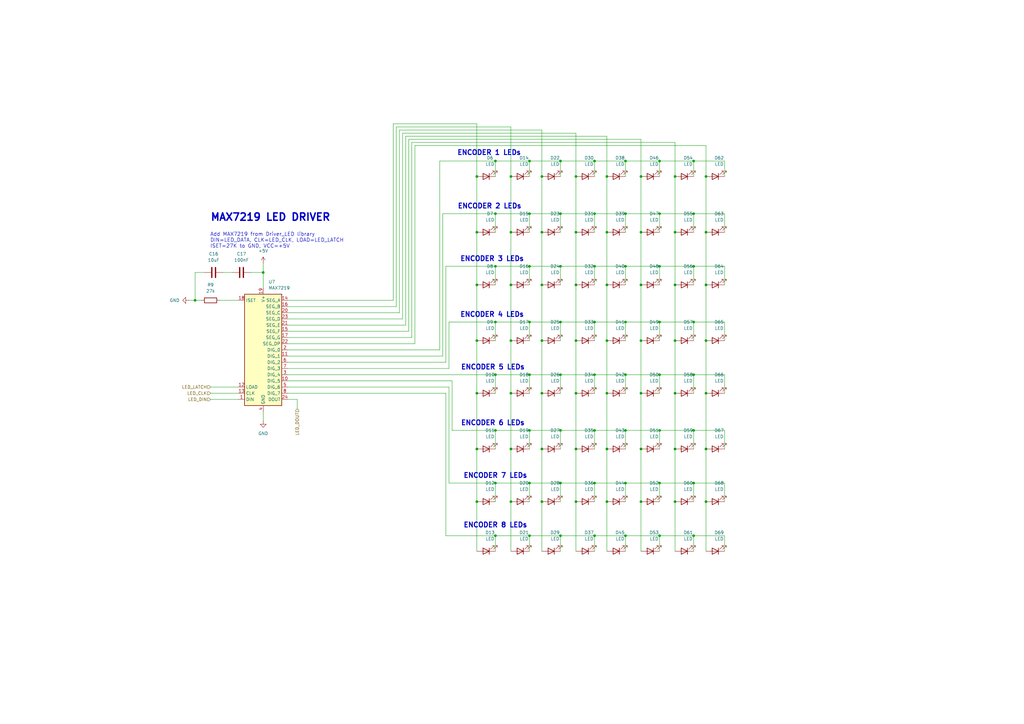
<source format=kicad_sch>
(kicad_sch (version 20250114) (generator "eeschema") (generator_version "9.0")
  (paper "A3")
  (title_block (title "SENGBARD - UI Components") (date "2025-01-26") (rev "0.2") (comment 1 "OLED Display, MAX7219 LED Driver, Button Matrix") (comment 2 "64x Encoder Ring LEDs, 4x Buttons"))
  (lib_symbols
    (symbol "Device:C" (pin_numbers (hide yes)) (pin_names (offset 0.254))
      (property "Reference" "C" (at 0.635 2.54 0))
      (property "Value" "C" (at 0.635 -2.54 0))
      (symbol "C_0_1"
        (polyline (pts (xy -2.032 0.762) (xy 2.032 0.762)) (stroke (width 0.508)))
        (polyline (pts (xy -2.032 -0.762) (xy 2.032 -0.762)) (stroke (width 0.508)))
      )
      (symbol "C_1_1"
        (pin passive line (at 0 3.81 270) (length 2.794) (name "~") (number "1"))
        (pin passive line (at 0 -3.81 90) (length 2.794) (name "~") (number "2"))
      )
    )
    (symbol "Device:R" (pin_numbers (hide yes)) (pin_names (offset 0))
      (property "Reference" "R" (at 2.032 0 90))
      (property "Value" "R" (at 0 0 90))
      (symbol "R_0_1"
        (rectangle (start -1.016 -2.54) (end 1.016 2.54) (stroke (width 0.254)))
      )
      (symbol "R_1_1"
        (pin passive line (at 0 3.81 270) (length 1.27) (name "~") (number "1"))
        (pin passive line (at 0 -3.81 90) (length 1.27) (name "~") (number "2"))
      )
    )
    (symbol "Driver_LED:MAX7219"
      (property "Reference" "U" (at -6.35 24.13 0))
      (property "Value" "MAX7219" (at 1.27 25.4 0))
      (symbol "MAX7219_0_1"
        (rectangle (start -7.62 22.86) (end 7.62 -22.86) (stroke (width 0.254)) (fill (type background)))
      )
      (symbol "MAX7219_1_1"
        (pin input line (at -10.16 20.32 0) (length 2.54) (name "ISET") (number "18"))
        (pin input line (at -10.16 -15.24 0) (length 2.54) (name "LOAD") (number "12"))
        (pin input line (at -10.16 -17.78 0) (length 2.54) (name "CLK") (number "13"))
        (pin input line (at -10.16 -20.32 0) (length 2.54) (name "DIN") (number "1"))
        (pin power_in line (at 0 25.4 270) (length 2.54) (name "V+") (number "19"))
        (pin power_in line (at 0 -25.4 90) (length 2.54) (name "GND") (number "4"))
        (pin passive line (at 0 -25.4 90) (length 2.54) (hide yes) (name "GND") (number "9"))
        (pin output line (at 10.16 20.32 180) (length 2.54) (name "SEG_A") (number "14"))
        (pin output line (at 10.16 17.78 180) (length 2.54) (name "SEG_B") (number "16"))
        (pin output line (at 10.16 15.24 180) (length 2.54) (name "SEG_C") (number "20"))
        (pin output line (at 10.16 12.7 180) (length 2.54) (name "SEG_D") (number "23"))
        (pin output line (at 10.16 10.16 180) (length 2.54) (name "SEG_E") (number "21"))
        (pin output line (at 10.16 7.62 180) (length 2.54) (name "SEG_F") (number "15"))
        (pin output line (at 10.16 5.08 180) (length 2.54) (name "SEG_G") (number "17"))
        (pin output line (at 10.16 2.54 180) (length 2.54) (name "SEG_DP") (number "22"))
        (pin output line (at 10.16 0 180) (length 2.54) (name "DIG_0") (number "2"))
        (pin output line (at 10.16 -2.54 180) (length 2.54) (name "DIG_1") (number "11"))
        (pin output line (at 10.16 -5.08 180) (length 2.54) (name "DIG_2") (number "6"))
        (pin output line (at 10.16 -7.62 180) (length 2.54) (name "DIG_3") (number "7"))
        (pin output line (at 10.16 -10.16 180) (length 2.54) (name "DIG_4") (number "3"))
        (pin output line (at 10.16 -12.7 180) (length 2.54) (name "DIG_5") (number "10"))
        (pin output line (at 10.16 -15.24 180) (length 2.54) (name "DIG_6") (number "5"))
        (pin output line (at 10.16 -17.78 180) (length 2.54) (name "DIG_7") (number "8"))
        (pin output line (at 10.16 -20.32 180) (length 2.54) (name "DOUT") (number "24"))
      )
    )
    (symbol "LED_1" (pin_numbers (hide yes)) (pin_names (offset 1.016) (hide yes))
      (property "Reference" "D" (at 0 2.54 0))
      (property "Value" "LED" (at 0 -2.54 0))
      (symbol "LED_1_0_1"
        (polyline (pts (xy -3.048 -0.762) (xy -4.572 -2.286) (xy -3.81 -2.286) (xy -4.572 -2.286) (xy -4.572 -1.524)))
        (polyline (pts (xy -1.778 -0.762) (xy -3.302 -2.286) (xy -2.54 -2.286) (xy -3.302 -2.286) (xy -3.302 -1.524)))
        (polyline (pts (xy -1.27 0) (xy 1.27 0)))
        (polyline (pts (xy -1.27 -1.27) (xy -1.27 1.27)) (stroke (width 0.254)))
        (polyline (pts (xy 1.27 -1.27) (xy 1.27 1.27) (xy -1.27 0) (xy 1.27 -1.27)) (stroke (width 0.254)))
      )
      (symbol "LED_1_1_1"
        (pin passive line (at -3.81 0 0) (length 2.54) (name "K") (number "1"))
        (pin passive line (at 3.81 0 180) (length 2.54) (name "A") (number "2"))
      )
    )
    (symbol "power:+5V" (power) (pin_numbers (hide yes)) (pin_names (offset 0) (hide yes))
      (property "Value" "+5V" (at 0 3.556 0))
      (symbol "+5V_0_1"
        (polyline (pts (xy -0.762 1.27) (xy 0 2.54)))
        (polyline (pts (xy 0 2.54) (xy 0.762 1.27)))
        (polyline (pts (xy 0 0) (xy 0 2.54)))
      )
      (symbol "+5V_1_1"
        (pin power_in line (at 0 0 90) (length 0) (name "~") (number "1"))
      )
    )
    (symbol "power:GND" (power) (pin_numbers (hide yes)) (pin_names (offset 0) (hide yes))
      (property "Value" "GND" (at 0 -3.81 0))
      (symbol "GND_0_1"
        (polyline (pts (xy 0 0) (xy 0 -1.27) (xy 1.27 -1.27) (xy 0 -2.54) (xy -1.27 -1.27) (xy 0 -1.27)))
      )
      (symbol "GND_1_1"
        (pin power_in line (at 0 0 270) (length 0) (name "~") (number "1"))
      )
    )
  )
  (text "ENCODER 5 LEDs" (at 188.98 150.7 0) (effects (font (size 2 2) (bold yes)) (justify left)))
  (text "ENCODER 3 LEDs" (at 188.67 106.25 0) (effects (font (size 2 2) (bold yes)) (justify left)))
  (text "ENCODER 6 LEDs" (at 188.98 173.56 0) (effects (font (size 2 2) (bold yes)) (justify left)))
  (text "ENCODER 7 LEDs" (at 190.01 195.15 0) (effects (font (size 2 2) (bold yes)) (justify left)))
  (text "ENCODER 2 LEDs" (at 187.64 84.66 0) (effects (font (size 2 2) (bold yes)) (justify left)))
  (text "MAX7219 LED DRIVER" (at 86.2 89.22 0) (effects (font (size 3 3) (bold yes)) (justify left)))
  (text "ENCODER 1 LEDs" (at 187.452 62.738 0) (effects (font (size 2 2) (bold yes)) (justify left)))
  (text "ENCODER 8 LEDs" (at 190.01 215.47 0) (effects (font (size 2 2) (bold yes)) (justify left)))
  (text "Add MAX7219 from Driver_LED library\nDIN=LED_DATA, CLK=LED_CLK, LOAD=LED_LATCH\nISET=27K to GND, VCC=+5V" (at 86.2 98.63 0) (effects (font (size 1.5 1.5)) (justify left)))
  (text "ENCODER 4 LEDs" (at 188.67 129.11 0) (effects (font (size 2 2) (bold yes)) (justify left)))
  (junction (at 195.58 205.74))
  (junction (at 256.54 219.71))
  (junction (at 195.58 95.25))
  (junction (at 236.22 205.74))
  (junction (at 284.48 198.12))
  (junction (at 107.95 111.76))
  (junction (at 209.55 72.39))
  (junction (at 284.48 109.22))
  (junction (at 270.51 198.12))
  (junction (at 248.92 205.74))
  (junction (at 276.86 184.15))
  (junction (at 289.56 205.74))
  (junction (at 276.86 72.39))
  (junction (at 289.56 72.39))
  (junction (at 284.48 153.67))
  (junction (at 276.86 95.25))
  (junction (at 203.2 198.12))
  (junction (at 262.89 205.74))
  (junction (at 209.55 184.15))
  (junction (at 262.89 116.84))
  (junction (at 256.54 198.12))
  (junction (at 236.22 95.25))
  (junction (at 195.58 72.39))
  (junction (at 248.92 95.25))
  (junction (at 243.84 198.12))
  (junction (at 256.54 132.08))
  (junction (at 209.55 139.7))
  (junction (at 217.17 176.53))
  (junction (at 289.56 116.84))
  (junction (at 203.2 132.08))
  (junction (at 270.51 66.04))
  (junction (at 256.54 87.63))
  (junction (at 236.22 72.39))
  (junction (at 276.86 205.74))
  (junction (at 217.17 109.22))
  (junction (at 248.92 184.15))
  (junction (at 229.87 109.22))
  (junction (at 256.54 66.04))
  (junction (at 203.2 87.63))
  (junction (at 256.54 176.53))
  (junction (at 217.17 198.12))
  (junction (at 243.84 132.08))
  (junction (at 203.2 153.67))
  (junction (at 222.25 205.74))
  (junction (at 229.87 66.04))
  (junction (at 229.87 153.67))
  (junction (at 289.56 161.29))
  (junction (at 217.17 66.04))
  (junction (at 284.48 87.63))
  (junction (at 195.58 161.29))
  (junction (at 262.89 184.15))
  (junction (at 203.2 219.71))
  (junction (at 229.87 132.08))
  (junction (at 203.2 176.53))
  (junction (at 284.48 66.04))
  (junction (at 270.51 219.71))
  (junction (at 284.48 132.08))
  (junction (at 222.25 72.39))
  (junction (at 217.17 153.67))
  (junction (at 270.51 153.67))
  (junction (at 248.92 139.7))
  (junction (at 209.55 116.84))
  (junction (at 209.55 205.74))
  (junction (at 229.87 219.71))
  (junction (at 236.22 116.84))
  (junction (at 289.56 184.15))
  (junction (at 262.89 139.7))
  (junction (at 222.25 161.29))
  (junction (at 284.48 176.53))
  (junction (at 203.2 109.22))
  (junction (at 195.58 139.7))
  (junction (at 243.84 109.22))
  (junction (at 229.87 87.63))
  (junction (at 262.89 95.25))
  (junction (at 236.22 139.7))
  (junction (at 243.84 66.04))
  (junction (at 229.87 176.53))
  (junction (at 243.84 219.71))
  (junction (at 256.54 153.67))
  (junction (at 222.25 116.84))
  (junction (at 80.01 123.19))
  (junction (at 222.25 184.15))
  (junction (at 270.51 109.22))
  (junction (at 262.89 72.39))
  (junction (at 248.92 116.84))
  (junction (at 256.54 109.22))
  (junction (at 270.51 132.08))
  (junction (at 248.92 72.39))
  (junction (at 209.55 161.29))
  (junction (at 209.55 95.25))
  (junction (at 276.86 139.7))
  (junction (at 229.87 198.12))
  (junction (at 243.84 176.53))
  (junction (at 276.86 116.84))
  (junction (at 222.25 139.7))
  (junction (at 270.51 176.53))
  (junction (at 236.22 184.15))
  (junction (at 289.56 139.7))
  (junction (at 276.86 161.29))
  (junction (at 289.56 95.25))
  (junction (at 248.92 161.29))
  (junction (at 236.22 161.29))
  (junction (at 217.17 87.63))
  (junction (at 203.2 66.04))
  (junction (at 217.17 132.08))
  (junction (at 243.84 87.63))
  (junction (at 270.51 87.63))
  (junction (at 195.58 116.84))
  (junction (at 243.84 153.67))
  (junction (at 284.48 219.71))
  (junction (at 222.25 95.25))
  (junction (at 195.58 184.15))
  (junction (at 262.89 161.29))
  (junction (at 217.17 219.71))
  (wire (pts (xy 284.48 132.08) (xy 297.18 132.08)))
  (wire (pts (xy 209.55 161.29) (xy 209.55 184.15)))
  (wire (pts (xy 276.86 205.74) (xy 276.86 226.06)))
  (wire (pts (xy 229.87 109.22) (xy 243.84 109.22)))
  (wire (pts (xy 229.87 66.04) (xy 243.84 66.04)))
  (wire (pts (xy 229.87 87.63) (xy 229.87 95.25)))
  (wire (pts (xy 217.17 109.22) (xy 229.87 109.22)))
  (wire (pts (xy 243.84 72.39) (xy 243.84 66.04)))
  (wire (pts (xy 165.1 54.61) (xy 236.22 54.61)))
  (wire (pts (xy 262.89 205.74) (xy 262.89 226.06)))
  (wire (pts (xy 276.86 95.25) (xy 276.86 116.84)))
  (wire (pts (xy 118.11 151.13) (xy 184.15 151.13)))
  (wire (pts (xy 86.36 158.75) (xy 97.79 158.75)))
  (wire (pts (xy 276.86 161.29) (xy 276.86 184.15)))
  (wire (pts (xy 162.56 52.07) (xy 209.55 52.07)))
  (wire (pts (xy 229.87 153.67) (xy 229.87 161.29)))
  (wire (pts (xy 284.48 176.53) (xy 297.18 176.53)))
  (wire (pts (xy 162.56 125.73) (xy 162.56 52.07)))
  (wire (pts (xy 161.29 123.19) (xy 161.29 50.8)))
  (wire (pts (xy 243.84 205.74) (xy 243.84 198.12)))
  (wire (pts (xy 203.2 109.22) (xy 217.17 109.22)))
  (wire (pts (xy 217.17 219.71) (xy 229.87 219.71)))
  (wire (pts (xy 243.84 139.7) (xy 243.84 132.08)))
  (wire (pts (xy 289.56 116.84) (xy 289.56 139.7)))
  (wire (pts (xy 229.87 153.67) (xy 243.84 153.67)))
  (wire (pts (xy 107.95 168.91) (xy 107.95 172.72)))
  (wire (pts (xy 248.92 205.74) (xy 248.92 226.06)))
  (wire (pts (xy 297.18 109.22) (xy 297.18 116.84)))
  (wire (pts (xy 284.48 87.63) (xy 284.48 95.25)))
  (wire (pts (xy 217.17 176.53) (xy 217.17 184.15)))
  (wire (pts (xy 203.2 176.53) (xy 217.17 176.53)))
  (wire (pts (xy 243.84 95.25) (xy 243.84 87.63)))
  (wire (pts (xy 289.56 184.15) (xy 289.56 205.74)))
  (wire (pts (xy 270.51 87.63) (xy 284.48 87.63)))
  (wire (pts (xy 83.82 111.76) (xy 80.01 111.76)))
  (wire (pts (xy 270.51 219.71) (xy 270.51 226.06)))
  (wire (pts (xy 182.88 161.29) (xy 182.88 219.71)))
  (wire (pts (xy 284.48 109.22) (xy 297.18 109.22)))
  (wire (pts (xy 270.51 66.04) (xy 256.54 66.04)))
  (wire (pts (xy 166.37 133.35) (xy 166.37 55.88)))
  (wire (pts (xy 248.92 95.25) (xy 248.92 116.84)))
  (wire (pts (xy 118.11 146.05) (xy 181.61 146.05)))
  (wire (pts (xy 80.01 111.76) (xy 80.01 123.19)))
  (wire (pts (xy 203.2 87.63) (xy 217.17 87.63)))
  (wire (pts (xy 289.56 139.7) (xy 289.56 161.29)))
  (wire (pts (xy 262.89 184.15) (xy 262.89 205.74)))
  (wire (pts (xy 180.34 66.04) (xy 180.34 143.51)))
  (wire (pts (xy 118.11 138.43) (xy 168.91 138.43)))
  (wire (pts (xy 262.89 161.29) (xy 262.89 184.15)))
  (wire (pts (xy 195.58 50.8) (xy 195.58 72.39)))
  (wire (pts (xy 284.48 132.08) (xy 270.51 132.08)))
  (wire (pts (xy 243.84 176.53) (xy 243.84 184.15)))
  (wire (pts (xy 243.84 219.71) (xy 243.84 226.06)))
  (wire (pts (xy 217.17 198.12) (xy 229.87 198.12)))
  (wire (pts (xy 217.17 153.67) (xy 217.17 161.29)))
  (wire (pts (xy 256.54 87.63) (xy 256.54 95.25)))
  (wire (pts (xy 222.25 116.84) (xy 222.25 139.7)))
  (wire (pts (xy 180.34 66.04) (xy 203.2 66.04)))
  (wire (pts (xy 118.11 128.27) (xy 163.83 128.27)))
  (wire (pts (xy 217.17 198.12) (xy 217.17 205.74)))
  (wire (pts (xy 284.48 219.71) (xy 297.18 219.71)))
  (wire (pts (xy 167.64 57.15) (xy 262.89 57.15)))
  (wire (pts (xy 284.48 198.12) (xy 284.48 205.74)))
  (wire (pts (xy 270.51 176.53) (xy 284.48 176.53)))
  (wire (pts (xy 256.54 176.53) (xy 270.51 176.53)))
  (wire (pts (xy 222.25 72.39) (xy 222.25 95.25)))
  (wire (pts (xy 107.95 111.76) (xy 107.95 118.11)))
  (wire (pts (xy 161.29 50.8) (xy 195.58 50.8)))
  (wire (pts (xy 195.58 95.25) (xy 195.58 116.84)))
  (wire (pts (xy 289.56 59.69) (xy 289.56 72.39)))
  (wire (pts (xy 236.22 139.7) (xy 236.22 161.29)))
  (wire (pts (xy 229.87 198.12) (xy 229.87 205.74)))
  (wire (pts (xy 203.2 219.71) (xy 217.17 219.71)))
  (wire (pts (xy 236.22 72.39) (xy 236.22 95.25)))
  (wire (pts (xy 90.17 123.19) (xy 97.79 123.19)))
  (wire (pts (xy 256.54 153.67) (xy 270.51 153.67)))
  (wire (pts (xy 209.55 116.84) (xy 209.55 139.7)))
  (wire (pts (xy 118.11 163.83) (xy 121.92 163.83)))
  (wire (pts (xy 182.88 148.59) (xy 182.88 109.22)))
  (wire (pts (xy 248.92 55.88) (xy 248.92 72.39)))
  (wire (pts (xy 248.92 139.7) (xy 248.92 161.29)))
  (wire (pts (xy 289.56 72.39) (xy 289.56 95.25)))
  (wire (pts (xy 184.15 132.08) (xy 203.2 132.08)))
  (wire (pts (xy 284.48 153.67) (xy 284.48 161.29)))
  (wire (pts (xy 182.88 109.22) (xy 203.2 109.22)))
  (wire (pts (xy 229.87 66.04) (xy 217.17 66.04)))
  (wire (pts (xy 236.22 205.74) (xy 236.22 226.06)))
  (wire (pts (xy 229.87 132.08) (xy 217.17 132.08)))
  (wire (pts (xy 284.48 109.22) (xy 284.48 116.84)))
  (wire (pts (xy 248.92 184.15) (xy 248.92 205.74)))
  (wire (pts (xy 118.11 143.51) (xy 180.34 143.51)))
  (wire (pts (xy 262.89 139.7) (xy 262.89 161.29)))
  (wire (pts (xy 91.44 111.76) (xy 95.25 111.76)))
  (wire (pts (xy 185.42 156.21) (xy 185.42 176.53)))
  (wire (pts (xy 195.58 184.15) (xy 195.58 205.74)))
  (wire (pts (xy 184.15 158.75) (xy 184.15 198.12)))
  (wire (pts (xy 222.25 53.34) (xy 222.25 72.39)))
  (wire (pts (xy 77.47 123.19) (xy 80.01 123.19)))
  (wire (pts (xy 209.55 72.39) (xy 209.55 95.25)))
  (wire (pts (xy 203.2 176.53) (xy 203.2 184.15)))
  (wire (pts (xy 182.88 219.71) (xy 203.2 219.71)))
  (wire (pts (xy 297.18 139.7) (xy 297.18 132.08)))
  (wire (pts (xy 270.51 87.63) (xy 270.51 95.25)))
  (wire (pts (xy 118.11 148.59) (xy 182.88 148.59)))
  (wire (pts (xy 262.89 95.25) (xy 262.89 116.84)))
  (wire (pts (xy 118.11 153.67) (xy 203.2 153.67)))
  (wire (pts (xy 256.54 219.71) (xy 270.51 219.71)))
  (wire (pts (xy 229.87 219.71) (xy 243.84 219.71)))
  (wire (pts (xy 284.48 198.12) (xy 297.18 198.12)))
  (wire (pts (xy 170.18 140.97) (xy 170.18 59.69)))
  (wire (pts (xy 203.2 66.04) (xy 203.2 72.39)))
  (wire (pts (xy 203.2 87.63) (xy 203.2 95.25)))
  (wire (pts (xy 203.2 219.71) (xy 203.2 226.06)))
  (wire (pts (xy 270.51 109.22) (xy 270.51 116.84)))
  (wire (pts (xy 297.18 176.53) (xy 297.18 184.15)))
  (wire (pts (xy 86.36 161.29) (xy 97.79 161.29)))
  (wire (pts (xy 284.48 176.53) (xy 284.48 184.15)))
  (wire (pts (xy 236.22 116.84) (xy 236.22 139.7)))
  (wire (pts (xy 243.84 198.12) (xy 256.54 198.12)))
  (wire (pts (xy 195.58 116.84) (xy 195.58 139.7)))
  (wire (pts (xy 289.56 205.74) (xy 289.56 226.06)))
  (wire (pts (xy 276.86 72.39) (xy 276.86 95.25)))
  (wire (pts (xy 118.11 125.73) (xy 162.56 125.73)))
  (wire (pts (xy 270.51 72.39) (xy 270.51 66.04)))
  (wire (pts (xy 217.17 87.63) (xy 217.17 95.25)))
  (wire (pts (xy 185.42 176.53) (xy 203.2 176.53)))
  (wire (pts (xy 217.17 109.22) (xy 217.17 116.84)))
  (wire (pts (xy 107.95 107.95) (xy 107.95 111.76)))
  (wire (pts (xy 203.2 132.08) (xy 217.17 132.08)))
  (wire (pts (xy 86.36 163.83) (xy 97.79 163.83)))
  (wire (pts (xy 181.61 87.63) (xy 203.2 87.63)))
  (wire (pts (xy 181.61 146.05) (xy 181.61 87.63)))
  (wire (pts (xy 229.87 176.53) (xy 243.84 176.53)))
  (wire (pts (xy 270.51 132.08) (xy 256.54 132.08)))
  (wire (pts (xy 222.25 139.7) (xy 222.25 161.29)))
  (wire (pts (xy 256.54 176.53) (xy 256.54 184.15)))
  (wire (pts (xy 262.89 116.84) (xy 262.89 139.7)))
  (wire (pts (xy 118.11 123.19) (xy 161.29 123.19)))
  (wire (pts (xy 203.2 132.08) (xy 203.2 139.7)))
  (wire (pts (xy 229.87 198.12) (xy 243.84 198.12)))
  (wire (pts (xy 236.22 184.15) (xy 236.22 205.74)))
  (wire (pts (xy 217.17 66.04) (xy 217.17 72.39)))
  (wire (pts (xy 276.86 139.7) (xy 276.86 161.29)))
  (wire (pts (xy 118.11 130.81) (xy 165.1 130.81)))
  (wire (pts (xy 80.01 123.19) (xy 82.55 123.19)))
  (wire (pts (xy 276.86 58.42) (xy 276.86 72.39)))
  (wire (pts (xy 256.54 109.22) (xy 270.51 109.22)))
  (wire (pts (xy 229.87 176.53) (xy 229.87 184.15)))
  (wire (pts (xy 229.87 219.71) (xy 229.87 226.06)))
  (wire (pts (xy 217.17 153.67) (xy 229.87 153.67)))
  (wire (pts (xy 203.2 153.67) (xy 217.17 153.67)))
  (wire (pts (xy 243.84 153.67) (xy 256.54 153.67)))
  (wire (pts (xy 203.2 66.04) (xy 217.17 66.04)))
  (wire (pts (xy 284.48 219.71) (xy 284.48 226.06)))
  (wire (pts (xy 297.18 198.12) (xy 297.18 205.74)))
  (wire (pts (xy 195.58 161.29) (xy 195.58 184.15)))
  (wire (pts (xy 270.51 153.67) (xy 284.48 153.67)))
  (wire (pts (xy 256.54 139.7) (xy 256.54 132.08)))
  (wire (pts (xy 248.92 161.29) (xy 248.92 184.15)))
  (wire (pts (xy 236.22 54.61) (xy 236.22 72.39)))
  (wire (pts (xy 118.11 135.89) (xy 167.64 135.89)))
  (wire (pts (xy 262.89 72.39) (xy 262.89 95.25)))
  (wire (pts (xy 229.87 109.22) (xy 229.87 116.84)))
  (wire (pts (xy 297.18 72.39) (xy 297.18 66.04)))
  (wire (pts (xy 209.55 184.15) (xy 209.55 205.74)))
  (wire (pts (xy 165.1 130.81) (xy 165.1 54.61)))
  (wire (pts (xy 167.64 135.89) (xy 167.64 57.15)))
  (wire (pts (xy 270.51 198.12) (xy 270.51 205.74)))
  (wire (pts (xy 222.25 95.25) (xy 222.25 116.84)))
  (wire (pts (xy 256.54 72.39) (xy 256.54 66.04)))
  (wire (pts (xy 284.48 72.39) (xy 284.48 66.04)))
  (wire (pts (xy 170.18 59.69) (xy 289.56 59.69)))
  (wire (pts (xy 297.18 87.63) (xy 297.18 95.25)))
  (wire (pts (xy 243.84 153.67) (xy 243.84 161.29)))
  (wire (pts (xy 217.17 87.63) (xy 229.87 87.63)))
  (wire (pts (xy 102.87 111.76) (xy 107.95 111.76)))
  (wire (pts (xy 209.55 52.07) (xy 209.55 72.39)))
  (wire (pts (xy 248.92 72.39) (xy 248.92 95.25)))
  (wire (pts (xy 243.84 87.63) (xy 256.54 87.63)))
  (wire (pts (xy 243.84 66.04) (xy 256.54 66.04)))
  (wire (pts (xy 236.22 161.29) (xy 236.22 184.15)))
  (wire (pts (xy 195.58 139.7) (xy 195.58 161.29)))
  (wire (pts (xy 203.2 153.67) (xy 203.2 161.29)))
  (wire (pts (xy 243.84 109.22) (xy 243.84 116.84)))
  (wire (pts (xy 118.11 140.97) (xy 170.18 140.97)))
  (wire (pts (xy 270.51 176.53) (xy 270.51 184.15)))
  (wire (pts (xy 229.87 72.39) (xy 229.87 66.04)))
  (wire (pts (xy 243.84 176.53) (xy 256.54 176.53)))
  (wire (pts (xy 229.87 139.7) (xy 229.87 132.08)))
  (wire (pts (xy 163.83 128.27) (xy 163.83 53.34)))
  (wire (pts (xy 166.37 55.88) (xy 248.92 55.88)))
  (wire (pts (xy 262.89 57.15) (xy 262.89 72.39)))
  (wire (pts (xy 209.55 139.7) (xy 209.55 161.29)))
  (wire (pts (xy 284.48 87.63) (xy 297.18 87.63)))
  (wire (pts (xy 276.86 116.84) (xy 276.86 139.7)))
  (wire (pts (xy 270.51 198.12) (xy 284.48 198.12)))
  (wire (pts (xy 243.84 219.71) (xy 256.54 219.71)))
  (wire (pts (xy 222.25 205.74) (xy 222.25 226.06)))
  (wire (pts (xy 270.51 66.04) (xy 284.48 66.04)))
  (wire (pts (xy 289.56 95.25) (xy 289.56 116.84)))
  (wire (pts (xy 270.51 139.7) (xy 270.51 132.08)))
  (wire (pts (xy 289.56 161.29) (xy 289.56 184.15)))
  (wire (pts (xy 118.11 161.29) (xy 182.88 161.29)))
  (wire (pts (xy 256.54 153.67) (xy 256.54 161.29)))
  (wire (pts (xy 203.2 109.22) (xy 203.2 116.84)))
  (wire (pts (xy 236.22 95.25) (xy 236.22 116.84)))
  (wire (pts (xy 256.54 198.12) (xy 270.51 198.12)))
  (wire (pts (xy 256.54 109.22) (xy 256.54 116.84)))
  (wire (pts (xy 217.17 219.71) (xy 217.17 226.06)))
  (wire (pts (xy 284.48 139.7) (xy 284.48 132.08)))
  (wire (pts (xy 297.18 219.71) (xy 297.18 226.06)))
  (wire (pts (xy 256.54 87.63) (xy 270.51 87.63)))
  (wire (pts (xy 297.18 153.67) (xy 297.18 161.29)))
  (wire (pts (xy 163.83 53.34) (xy 222.25 53.34)))
  (wire (pts (xy 284.48 153.67) (xy 297.18 153.67)))
  (wire (pts (xy 222.25 161.29) (xy 222.25 184.15)))
  (wire (pts (xy 118.11 158.75) (xy 184.15 158.75)))
  (wire (pts (xy 222.25 184.15) (xy 222.25 205.74)))
  (wire (pts (xy 256.54 198.12) (xy 256.54 205.74)))
  (wire (pts (xy 121.92 163.83) (xy 121.92 167.64)))
  (wire (pts (xy 195.58 205.74) (xy 195.58 226.06)))
  (wire (pts (xy 243.84 132.08) (xy 256.54 132.08)))
  (wire (pts (xy 209.55 95.25) (xy 209.55 116.84)))
  (wire (pts (xy 203.2 198.12) (xy 203.2 205.74)))
  (wire (pts (xy 168.91 138.43) (xy 168.91 58.42)))
  (wire (pts (xy 217.17 132.08) (xy 217.17 139.7)))
  (wire (pts (xy 276.86 184.15) (xy 276.86 205.74)))
  (wire (pts (xy 284.48 66.04) (xy 297.18 66.04)))
  (wire (pts (xy 118.11 156.21) (xy 185.42 156.21)))
  (wire (pts (xy 229.87 87.63) (xy 243.84 87.63)))
  (wire (pts (xy 195.58 72.39) (xy 195.58 95.25)))
  (wire (pts (xy 184.15 198.12) (xy 203.2 198.12)))
  (wire (pts (xy 209.55 205.74) (xy 209.55 226.06)))
  (wire (pts (xy 270.51 153.67) (xy 270.51 161.29)))
  (wire (pts (xy 118.11 133.35) (xy 166.37 133.35)))
  (wire (pts (xy 248.92 116.84) (xy 248.92 139.7)))
  (wire (pts (xy 270.51 109.22) (xy 284.48 109.22)))
  (wire (pts (xy 184.15 151.13) (xy 184.15 132.08)))
  (wire (pts (xy 168.91 58.42) (xy 276.86 58.42)))
  (wire (pts (xy 256.54 219.71) (xy 256.54 226.06)))
  (wire (pts (xy 217.17 176.53) (xy 229.87 176.53)))
  (wire (pts (xy 229.87 132.08) (xy 243.84 132.08)))
  (wire (pts (xy 203.2 198.12) (xy 217.17 198.12)))
  (wire (pts (xy 270.51 219.71) (xy 284.48 219.71)))
  (wire (pts (xy 243.84 109.22) (xy 256.54 109.22)))
  (hierarchical_label "LED_DOUT" (shape input) (at 121.92 167.64 270))
  (hierarchical_label "LED_DIN" (shape input) (at 86.36 163.83 180))
  (hierarchical_label "LED_CLK" (shape input) (at 86.36 161.29 180))
  (hierarchical_label "LED_LATCH" (shape input) (at 86.36 158.75 180))
  (symbol (lib_name "LED_1") (lib_id "Device:LED") (at 293.37 184.15 180) (unit 1)
    (property "Reference" "D67" (at 294.9575 176.53 0))
    (property "Value" "LED" (at 294.9575 179.07 0))
    (property "Footprint" "LED_SMD:LED_0201_0603Metric" (effects (hide yes)))
    (property "Description" "Light emitting diode" (effects (hide yes)))
    (property "Sim.Pins" "1=K 2=A" (effects (hide yes)))
  )
  (symbol (lib_name "LED_1") (lib_id "Device:LED") (at 213.36 205.74 180) (unit 1)
    (property "Reference" "D20" (at 214.9475 198.12 0))
    (property "Value" "LED" (at 214.9475 200.66 0))
    (property "Footprint" "LED_SMD:LED_0201_0603Metric" (effects (hide yes)))
    (property "Description" "Light emitting diode" (effects (hide yes)))
    (property "Sim.Pins" "1=K 2=A" (effects (hide yes)))
  )
  (symbol (lib_name "LED_1") (lib_id "Device:LED") (at 199.39 205.74 180) (unit 1)
    (property "Reference" "D12" (at 200.9775 198.12 0))
    (property "Value" "LED" (at 200.9775 200.66 0))
    (property "Footprint" "LED_SMD:LED_0201_0603Metric" (effects (hide yes)))
    (property "Description" "Light emitting diode" (effects (hide yes)))
    (property "Sim.Pins" "1=K 2=A" (effects (hide yes)))
  )
  (symbol (lib_name "LED_1") (lib_id "Device:LED") (at 226.06 116.84 180) (unit 1)
    (property "Reference" "D24" (at 227.6475 109.22 0))
    (property "Value" "LED" (at 227.6475 111.76 0))
    (property "Footprint" "LED_SMD:LED_0201_0603Metric" (effects (hide yes)))
    (property "Description" "Light emitting diode" (effects (hide yes)))
    (property "Sim.Pins" "1=K 2=A" (effects (hide yes)))
  )
  (symbol (lib_name "LED_1") (lib_id "Device:LED") (at 226.06 161.29 180) (unit 1)
    (property "Reference" "D26" (at 227.6475 153.67 0))
    (property "Value" "LED" (at 227.6475 156.21 0))
    (property "Footprint" "LED_SMD:LED_0201_0603Metric" (effects (hide yes)))
    (property "Description" "Light emitting diode" (effects (hide yes)))
    (property "Sim.Pins" "1=K 2=A" (effects (hide yes)))
  )
  (symbol (lib_name "LED_1") (lib_id "Device:LED") (at 226.06 95.25 180) (unit 1)
    (property "Reference" "D23" (at 227.6475 87.63 0))
    (property "Value" "LED" (at 227.6475 90.17 0))
    (property "Footprint" "LED_SMD:LED_0201_0603Metric" (effects (hide yes)))
    (property "Description" "Light emitting diode" (effects (hide yes)))
    (property "Sim.Pins" "1=K 2=A" (effects (hide yes)))
  )
  (symbol (lib_name "LED_1") (lib_id "Device:LED") (at 266.7 72.39 180) (unit 1)
    (property "Reference" "D46" (at 268.2875 64.77 0))
    (property "Value" "LED" (at 268.2875 67.31 0))
    (property "Footprint" "LED_SMD:LED_0201_0603Metric" (effects (hide yes)))
    (property "Description" "Light emitting diode" (effects (hide yes)))
    (property "Sim.Pins" "1=K 2=A" (effects (hide yes)))
  )
  (symbol (lib_id "Device:C") (at 99.06 111.76 90) (unit 1)
    (property "Reference" "C17" (at 99.06 104.14 90))
    (property "Value" "100nF" (at 99.06 106.68 90))
    (property "Footprint" "Capacitor_SMD:C_0603_1608Metric" (effects (hide yes)))
    (property "Description" "Unpolarized capacitor" (effects (hide yes)))
  )
  (symbol (lib_name "LED_1") (lib_id "Device:LED") (at 240.03 226.06 180) (unit 1)
    (property "Reference" "D37" (at 241.6175 218.44 0))
    (property "Value" "LED" (at 241.6175 220.98 0))
    (property "Footprint" "LED_SMD:LED_0201_0603Metric" (effects (hide yes)))
    (property "Description" "Light emitting diode" (effects (hide yes)))
    (property "Sim.Pins" "1=K 2=A" (effects (hide yes)))
  )
  (symbol (lib_name "LED_1") (lib_id "Device:LED") (at 280.67 205.74 180) (unit 1)
    (property "Reference" "D60" (at 282.2575 198.12 0))
    (property "Value" "LED" (at 282.2575 200.66 0))
    (property "Footprint" "LED_SMD:LED_0201_0603Metric" (effects (hide yes)))
    (property "Description" "Light emitting diode" (effects (hide yes)))
    (property "Sim.Pins" "1=K 2=A" (effects (hide yes)))
  )
  (symbol (lib_name "LED_1") (lib_id "Device:LED") (at 226.06 226.06 180) (unit 1)
    (property "Reference" "D29" (at 227.6475 218.44 0))
    (property "Value" "LED" (at 227.6475 220.98 0))
    (property "Footprint" "LED_SMD:LED_0201_0603Metric" (effects (hide yes)))
    (property "Description" "Light emitting diode" (effects (hide yes)))
    (property "Sim.Pins" "1=K 2=A" (effects (hide yes)))
  )
  (symbol (lib_name "LED_1") (lib_id "Device:LED") (at 280.67 161.29 180) (unit 1)
    (property "Reference" "D58" (at 282.2575 153.67 0))
    (property "Value" "LED" (at 282.2575 156.21 0))
    (property "Footprint" "LED_SMD:LED_0201_0603Metric" (effects (hide yes)))
    (property "Description" "Light emitting diode" (effects (hide yes)))
    (property "Sim.Pins" "1=K 2=A" (effects (hide yes)))
  )
  (symbol (lib_name "LED_1") (lib_id "Device:LED") (at 280.67 95.25 180) (unit 1)
    (property "Reference" "D55" (at 282.2575 87.63 0))
    (property "Value" "LED" (at 282.2575 90.17 0))
    (property "Footprint" "LED_SMD:LED_0201_0603Metric" (effects (hide yes)))
    (property "Description" "Light emitting diode" (effects (hide yes)))
    (property "Sim.Pins" "1=K 2=A" (effects (hide yes)))
  )
  (symbol (lib_name "LED_1") (lib_id "Device:LED") (at 293.37 139.7 180) (unit 1)
    (property "Reference" "D65" (at 294.9575 132.08 0))
    (property "Value" "LED" (at 294.9575 134.62 0))
    (property "Footprint" "LED_SMD:LED_0201_0603Metric" (effects (hide yes)))
    (property "Description" "Light emitting diode" (effects (hide yes)))
    (property "Sim.Pins" "1=K 2=A" (effects (hide yes)))
  )
  (symbol (lib_name "LED_1") (lib_id "Device:LED") (at 213.36 184.15 180) (unit 1)
    (property "Reference" "D19" (at 214.9475 176.53 0))
    (property "Value" "LED" (at 214.9475 179.07 0))
    (property "Footprint" "LED_SMD:LED_0201_0603Metric" (effects (hide yes)))
    (property "Description" "Light emitting diode" (effects (hide yes)))
    (property "Sim.Pins" "1=K 2=A" (effects (hide yes)))
  )
  (symbol (lib_id "Device:R") (at 86.36 123.19 90) (unit 1)
    (property "Reference" "R9" (at 86.36 116.84 90))
    (property "Value" "27k" (at 86.36 119.38 90))
    (property "Footprint" "Resistor_SMD:R_0201_0603Metric_Pad0.64x0.40mm_HandSolder" (effects (hide yes)))
    (property "Description" "Resistor" (effects (hide yes)))
  )
  (symbol (lib_name "LED_1") (lib_id "Device:LED") (at 199.39 139.7 180) (unit 1)
    (property "Reference" "D9" (at 200.9775 132.08 0))
    (property "Value" "LED" (at 200.9775 134.62 0))
    (property "Footprint" "LED_SMD:LED_0201_0603Metric" (effects (hide yes)))
    (property "Description" "Light emitting diode" (effects (hide yes)))
    (property "Sim.Pins" "1=K 2=A" (effects (hide yes)))
  )
  (symbol (lib_id "Driver_LED:MAX7219") (at 107.95 143.51 0) (unit 1)
    (property "Reference" "U7" (at 110.0933 115.57 0) (effects (justify left)))
    (property "Value" "MAX7219" (at 110.0933 118.11 0) (effects (justify left)))
    (property "Footprint" "Package_SO:SOIC-24W_7.5x15.4mm_P1.27mm" (effects (hide yes)))
    (property "Datasheet" "https://datasheets.maximintegrated.com/en/ds/MAX7219-MAX7221.pdf" (effects (hide yes)))
    (property "Description" "8-Digit LED Display Driver" (effects (hide yes)))
  )
  (symbol (lib_name "LED_1") (lib_id "Device:LED") (at 240.03 72.39 180) (unit 1)
    (property "Reference" "D30" (at 241.6175 64.77 0))
    (property "Value" "LED" (at 241.6175 67.31 0))
    (property "Footprint" "LED_SMD:LED_0201_0603Metric" (effects (hide yes)))
    (property "Description" "Light emitting diode" (effects (hide yes)))
    (property "Sim.Pins" "1=K 2=A" (effects (hide yes)))
  )
  (symbol (lib_id "power:+5V") (at 107.95 107.95 0) (unit 1)
    (property "Reference" "#PWR04" (effects (hide yes)))
    (property "Value" "+5V" (at 107.95 102.87 0))
    (property "Description" "Power symbol creates a global label with name \"+5V\"" (effects (hide yes)))
  )
  (symbol (lib_name "LED_1") (lib_id "Device:LED") (at 199.39 72.39 180) (unit 1)
    (property "Reference" "D6" (at 200.9775 64.77 0))
    (property "Value" "LED" (at 200.9775 67.31 0))
    (property "Footprint" "LED_SMD:LED_0201_0603Metric" (effects (hide yes)))
    (property "Description" "Light emitting diode" (effects (hide yes)))
    (property "Sim.Pins" "1=K 2=A" (effects (hide yes)))
  )
  (symbol (lib_name "LED_1") (lib_id "Device:LED") (at 213.36 226.06 180) (unit 1)
    (property "Reference" "D21" (at 214.9475 218.44 0))
    (property "Value" "LED" (at 214.9475 220.98 0))
    (property "Footprint" "LED_SMD:LED_0201_0603Metric" (effects (hide yes)))
    (property "Description" "Light emitting diode" (effects (hide yes)))
    (property "Sim.Pins" "1=K 2=A" (effects (hide yes)))
  )
  (symbol (lib_name "LED_1") (lib_id "Device:LED") (at 199.39 95.25 180) (unit 1)
    (property "Reference" "D7" (at 200.9775 87.63 0))
    (property "Value" "LED" (at 200.9775 90.17 0))
    (property "Footprint" "LED_SMD:LED_0201_0603Metric" (effects (hide yes)))
    (property "Description" "Light emitting diode" (effects (hide yes)))
    (property "Sim.Pins" "1=K 2=A" (effects (hide yes)))
  )
  (symbol (lib_name "LED_1") (lib_id "Device:LED") (at 293.37 205.74 180) (unit 1)
    (property "Reference" "D68" (at 294.9575 198.12 0))
    (property "Value" "LED" (at 294.9575 200.66 0))
    (property "Footprint" "LED_SMD:LED_0201_0603Metric" (effects (hide yes)))
    (property "Description" "Light emitting diode" (effects (hide yes)))
    (property "Sim.Pins" "1=K 2=A" (effects (hide yes)))
  )
  (symbol (lib_name "LED_1") (lib_id "Device:LED") (at 280.67 116.84 180) (unit 1)
    (property "Reference" "D56" (at 282.2575 109.22 0))
    (property "Value" "LED" (at 282.2575 111.76 0))
    (property "Footprint" "LED_SMD:LED_0201_0603Metric" (effects (hide yes)))
    (property "Description" "Light emitting diode" (effects (hide yes)))
    (property "Sim.Pins" "1=K 2=A" (effects (hide yes)))
  )
  (symbol (lib_name "LED_1") (lib_id "Device:LED") (at 240.03 205.74 180) (unit 1)
    (property "Reference" "D36" (at 241.6175 198.12 0))
    (property "Value" "LED" (at 241.6175 200.66 0))
    (property "Footprint" "LED_SMD:LED_0201_0603Metric" (effects (hide yes)))
    (property "Description" "Light emitting diode" (effects (hide yes)))
    (property "Sim.Pins" "1=K 2=A" (effects (hide yes)))
  )
  (symbol (lib_name "LED_1") (lib_id "Device:LED") (at 293.37 95.25 180) (unit 1)
    (property "Reference" "D63" (at 294.9575 87.63 0))
    (property "Value" "LED" (at 294.9575 90.17 0))
    (property "Footprint" "LED_SMD:LED_0201_0603Metric" (effects (hide yes)))
    (property "Description" "Light emitting diode" (effects (hide yes)))
    (property "Sim.Pins" "1=K 2=A" (effects (hide yes)))
  )
  (symbol (lib_name "LED_1") (lib_id "Device:LED") (at 280.67 72.39 180) (unit 1)
    (property "Reference" "D54" (at 282.2575 64.77 0))
    (property "Value" "LED" (at 282.2575 67.31 0))
    (property "Footprint" "LED_SMD:LED_0201_0603Metric" (effects (hide yes)))
    (property "Description" "Light emitting diode" (effects (hide yes)))
    (property "Sim.Pins" "1=K 2=A" (effects (hide yes)))
  )
  (symbol (lib_name "LED_1") (lib_id "Device:LED") (at 266.7 184.15 180) (unit 1)
    (property "Reference" "D51" (at 268.2875 176.53 0))
    (property "Value" "LED" (at 268.2875 179.07 0))
    (property "Footprint" "LED_SMD:LED_0201_0603Metric" (effects (hide yes)))
    (property "Description" "Light emitting diode" (effects (hide yes)))
    (property "Sim.Pins" "1=K 2=A" (effects (hide yes)))
  )
  (symbol (lib_name "LED_1") (lib_id "Device:LED") (at 280.67 226.06 180) (unit 1)
    (property "Reference" "D61" (at 282.2575 218.44 0))
    (property "Value" "LED" (at 282.2575 220.98 0))
    (property "Footprint" "LED_SMD:LED_0201_0603Metric" (effects (hide yes)))
    (property "Description" "Light emitting diode" (effects (hide yes)))
    (property "Sim.Pins" "1=K 2=A" (effects (hide yes)))
  )
  (symbol (lib_name "LED_1") (lib_id "Device:LED") (at 252.73 161.29 180) (unit 1)
    (property "Reference" "D42" (at 254.3175 153.67 0))
    (property "Value" "LED" (at 254.3175 156.21 0))
    (property "Footprint" "LED_SMD:LED_0201_0603Metric" (effects (hide yes)))
    (property "Description" "Light emitting diode" (effects (hide yes)))
    (property "Sim.Pins" "1=K 2=A" (effects (hide yes)))
  )
  (symbol (lib_name "LED_1") (lib_id "Device:LED") (at 199.39 226.06 180) (unit 1)
    (property "Reference" "D13" (at 200.9775 218.44 0))
    (property "Value" "LED" (at 200.9775 220.98 0))
    (property "Footprint" "LED_SMD:LED_0201_0603Metric" (effects (hide yes)))
    (property "Description" "Light emitting diode" (effects (hide yes)))
    (property "Sim.Pins" "1=K 2=A" (effects (hide yes)))
  )
  (symbol (lib_name "LED_1") (lib_id "Device:LED") (at 240.03 184.15 180) (unit 1)
    (property "Reference" "D35" (at 241.6175 176.53 0))
    (property "Value" "LED" (at 241.6175 179.07 0))
    (property "Footprint" "LED_SMD:LED_0201_0603Metric" (effects (hide yes)))
    (property "Description" "Light emitting diode" (effects (hide yes)))
    (property "Sim.Pins" "1=K 2=A" (effects (hide yes)))
  )
  (symbol (lib_name "LED_1") (lib_id "Device:LED") (at 226.06 184.15 180) (unit 1)
    (property "Reference" "D27" (at 227.6475 176.53 0))
    (property "Value" "LED" (at 227.6475 179.07 0))
    (property "Footprint" "LED_SMD:LED_0201_0603Metric" (effects (hide yes)))
    (property "Description" "Light emitting diode" (effects (hide yes)))
    (property "Sim.Pins" "1=K 2=A" (effects (hide yes)))
  )
  (symbol (lib_name "LED_1") (lib_id "Device:LED") (at 266.7 205.74 180) (unit 1)
    (property "Reference" "D52" (at 268.2875 198.12 0))
    (property "Value" "LED" (at 268.2875 200.66 0))
    (property "Footprint" "LED_SMD:LED_0201_0603Metric" (effects (hide yes)))
    (property "Description" "Light emitting diode" (effects (hide yes)))
    (property "Sim.Pins" "1=K 2=A" (effects (hide yes)))
  )
  (symbol (lib_name "LED_1") (lib_id "Device:LED") (at 266.7 139.7 180) (unit 1)
    (property "Reference" "D49" (at 268.2875 132.08 0))
    (property "Value" "LED" (at 268.2875 134.62 0))
    (property "Footprint" "LED_SMD:LED_0201_0603Metric" (effects (hide yes)))
    (property "Description" "Light emitting diode" (effects (hide yes)))
    (property "Sim.Pins" "1=K 2=A" (effects (hide yes)))
  )
  (symbol (lib_name "LED_1") (lib_id "Device:LED") (at 252.73 72.39 180) (unit 1)
    (property "Reference" "D38" (at 254.3175 64.77 0))
    (property "Value" "LED" (at 254.3175 67.31 0))
    (property "Footprint" "LED_SMD:LED_0201_0603Metric" (effects (hide yes)))
    (property "Description" "Light emitting diode" (effects (hide yes)))
    (property "Sim.Pins" "1=K 2=A" (effects (hide yes)))
  )
  (symbol (lib_name "LED_1") (lib_id "Device:LED") (at 240.03 139.7 180) (unit 1)
    (property "Reference" "D33" (at 241.6175 132.08 0))
    (property "Value" "LED" (at 241.6175 134.62 0))
    (property "Footprint" "LED_SMD:LED_0201_0603Metric" (effects (hide yes)))
    (property "Description" "Light emitting diode" (effects (hide yes)))
    (property "Sim.Pins" "1=K 2=A" (effects (hide yes)))
  )
  (symbol (lib_name "LED_1") (lib_id "Device:LED") (at 293.37 226.06 180) (unit 1)
    (property "Reference" "D69" (at 294.9575 218.44 0))
    (property "Value" "LED" (at 294.9575 220.98 0))
    (property "Footprint" "LED_SMD:LED_0201_0603Metric" (effects (hide yes)))
    (property "Description" "Light emitting diode" (effects (hide yes)))
    (property "Sim.Pins" "1=K 2=A" (effects (hide yes)))
  )
  (symbol (lib_name "LED_1") (lib_id "Device:LED") (at 252.73 95.25 180) (unit 1)
    (property "Reference" "D39" (at 254.3175 87.63 0))
    (property "Value" "LED" (at 254.3175 90.17 0))
    (property "Footprint" "LED_SMD:LED_0201_0603Metric" (effects (hide yes)))
    (property "Description" "Light emitting diode" (effects (hide yes)))
    (property "Sim.Pins" "1=K 2=A" (effects (hide yes)))
  )
  (symbol (lib_name "LED_1") (lib_id "Device:LED") (at 252.73 184.15 180) (unit 1)
    (property "Reference" "D43" (at 254.3175 176.53 0))
    (property "Value" "LED" (at 254.3175 179.07 0))
    (property "Footprint" "LED_SMD:LED_0201_0603Metric" (effects (hide yes)))
    (property "Description" "Light emitting diode" (effects (hide yes)))
    (property "Sim.Pins" "1=K 2=A" (effects (hide yes)))
  )
  (symbol (lib_name "LED_1") (lib_id "Device:LED") (at 266.7 95.25 180) (unit 1)
    (property "Reference" "D47" (at 268.2875 87.63 0))
    (property "Value" "LED" (at 268.2875 90.17 0))
    (property "Footprint" "LED_SMD:LED_0201_0603Metric" (effects (hide yes)))
    (property "Description" "Light emitting diode" (effects (hide yes)))
    (property "Sim.Pins" "1=K 2=A" (effects (hide yes)))
  )
  (symbol (lib_name "LED_1") (lib_id "Device:LED") (at 252.73 205.74 180) (unit 1)
    (property "Reference" "D44" (at 254.3175 198.12 0))
    (property "Value" "LED" (at 254.3175 200.66 0))
    (property "Footprint" "LED_SMD:LED_0201_0603Metric" (effects (hide yes)))
    (property "Description" "Light emitting diode" (effects (hide yes)))
    (property "Sim.Pins" "1=K 2=A" (effects (hide yes)))
  )
  (symbol (lib_name "LED_1") (lib_id "Device:LED") (at 266.7 116.84 180) (unit 1)
    (property "Reference" "D48" (at 268.2875 109.22 0))
    (property "Value" "LED" (at 268.2875 111.76 0))
    (property "Footprint" "LED_SMD:LED_0201_0603Metric" (effects (hide yes)))
    (property "Description" "Light emitting diode" (effects (hide yes)))
    (property "Sim.Pins" "1=K 2=A" (effects (hide yes)))
  )
  (symbol (lib_id "power:GND") (at 77.47 123.19 270) (unit 1)
    (property "Reference" "#PWR07" (effects (hide yes)))
    (property "Value" "GND" (at 73.66 123.1899 90) (effects (justify right)))
    (property "Description" "Power symbol creates a global label with name \"GND\" , ground" (effects (hide yes)))
  )
  (symbol (lib_name "LED_1") (lib_id "Device:LED") (at 293.37 116.84 180) (unit 1)
    (property "Reference" "D64" (at 294.9575 109.22 0))
    (property "Value" "LED" (at 294.9575 111.76 0))
    (property "Footprint" "LED_SMD:LED_0201_0603Metric" (effects (hide yes)))
    (property "Description" "Light emitting diode" (effects (hide yes)))
    (property "Sim.Pins" "1=K 2=A" (effects (hide yes)))
  )
  (symbol (lib_name "LED_1") (lib_id "Device:LED") (at 213.36 95.25 180) (unit 1)
    (property "Reference" "D15" (at 214.9475 87.63 0))
    (property "Value" "LED" (at 214.9475 90.17 0))
    (property "Footprint" "LED_SMD:LED_0201_0603Metric" (effects (hide yes)))
    (property "Description" "Light emitting diode" (effects (hide yes)))
    (property "Sim.Pins" "1=K 2=A" (effects (hide yes)))
  )
  (symbol (lib_name "LED_1") (lib_id "Device:LED") (at 252.73 226.06 180) (unit 1)
    (property "Reference" "D45" (at 254.3175 218.44 0))
    (property "Value" "LED" (at 254.3175 220.98 0))
    (property "Footprint" "LED_SMD:LED_0201_0603Metric" (effects (hide yes)))
    (property "Description" "Light emitting diode" (effects (hide yes)))
    (property "Sim.Pins" "1=K 2=A" (effects (hide yes)))
  )
  (symbol (lib_name "LED_1") (lib_id "Device:LED") (at 226.06 72.39 180) (unit 1)
    (property "Reference" "D22" (at 227.6475 64.77 0))
    (property "Value" "LED" (at 227.6475 67.31 0))
    (property "Footprint" "LED_SMD:LED_0201_0603Metric" (effects (hide yes)))
    (property "Description" "Light emitting diode" (effects (hide yes)))
    (property "Sim.Pins" "1=K 2=A" (effects (hide yes)))
  )
  (symbol (lib_name "LED_1") (lib_id "Device:LED") (at 213.36 72.39 180) (unit 1)
    (property "Reference" "D14" (at 214.9475 64.77 0))
    (property "Value" "LED" (at 214.9475 67.31 0))
    (property "Footprint" "LED_SMD:LED_0201_0603Metric" (effects (hide yes)))
    (property "Description" "Light emitting diode" (effects (hide yes)))
    (property "Sim.Pins" "1=K 2=A" (effects (hide yes)))
  )
  (symbol (lib_name "LED_1") (lib_id "Device:LED") (at 226.06 139.7 180) (unit 1)
    (property "Reference" "D25" (at 227.6475 132.08 0))
    (property "Value" "LED" (at 227.6475 134.62 0))
    (property "Footprint" "LED_SMD:LED_0201_0603Metric" (effects (hide yes)))
    (property "Description" "Light emitting diode" (effects (hide yes)))
    (property "Sim.Pins" "1=K 2=A" (effects (hide yes)))
  )
  (symbol (lib_name "LED_1") (lib_id "Device:LED") (at 280.67 184.15 180) (unit 1)
    (property "Reference" "D59" (at 282.2575 176.53 0))
    (property "Value" "LED" (at 282.2575 179.07 0))
    (property "Footprint" "LED_SMD:LED_0201_0603Metric" (effects (hide yes)))
    (property "Description" "Light emitting diode" (effects (hide yes)))
    (property "Sim.Pins" "1=K 2=A" (effects (hide yes)))
  )
  (symbol (lib_name "LED_1") (lib_id "Device:LED") (at 240.03 116.84 180) (unit 1)
    (property "Reference" "D32" (at 241.6175 109.22 0))
    (property "Value" "LED" (at 241.6175 111.76 0))
    (property "Footprint" "LED_SMD:LED_0201_0603Metric" (effects (hide yes)))
    (property "Description" "Light emitting diode" (effects (hide yes)))
    (property "Sim.Pins" "1=K 2=A" (effects (hide yes)))
  )
  (symbol (lib_name "LED_1") (lib_id "Device:LED") (at 293.37 72.39 180) (unit 1)
    (property "Reference" "D62" (at 294.9575 64.77 0))
    (property "Value" "LED" (at 294.9575 67.31 0))
    (property "Footprint" "LED_SMD:LED_0201_0603Metric" (effects (hide yes)))
    (property "Description" "Light emitting diode" (effects (hide yes)))
    (property "Sim.Pins" "1=K 2=A" (effects (hide yes)))
  )
  (symbol (lib_name "LED_1") (lib_id "Device:LED") (at 293.37 161.29 180) (unit 1)
    (property "Reference" "D66" (at 294.9575 153.67 0))
    (property "Value" "LED" (at 294.9575 156.21 0))
    (property "Footprint" "LED_SMD:LED_0201_0603Metric" (effects (hide yes)))
    (property "Description" "Light emitting diode" (effects (hide yes)))
    (property "Sim.Pins" "1=K 2=A" (effects (hide yes)))
  )
  (symbol (lib_name "LED_1") (lib_id "Device:LED") (at 280.67 139.7 180) (unit 1)
    (property "Reference" "D57" (at 282.2575 132.08 0))
    (property "Value" "LED" (at 282.2575 134.62 0))
    (property "Footprint" "LED_SMD:LED_0201_0603Metric" (effects (hide yes)))
    (property "Description" "Light emitting diode" (effects (hide yes)))
    (property "Sim.Pins" "1=K 2=A" (effects (hide yes)))
  )
  (symbol (lib_name "LED_1") (lib_id "Device:LED") (at 252.73 139.7 180) (unit 1)
    (property "Reference" "D41" (at 254.3175 132.08 0))
    (property "Value" "LED" (at 254.3175 134.62 0))
    (property "Footprint" "LED_SMD:LED_0201_0603Metric" (effects (hide yes)))
    (property "Description" "Light emitting diode" (effects (hide yes)))
    (property "Sim.Pins" "1=K 2=A" (effects (hide yes)))
  )
  (symbol (lib_name "LED_1") (lib_id "Device:LED") (at 199.39 116.84 180) (unit 1)
    (property "Reference" "D8" (at 200.9775 109.22 0))
    (property "Value" "LED" (at 200.9775 111.76 0))
    (property "Footprint" "LED_SMD:LED_0201_0603Metric" (effects (hide yes)))
    (property "Description" "Light emitting diode" (effects (hide yes)))
    (property "Sim.Pins" "1=K 2=A" (effects (hide yes)))
  )
  (symbol (lib_name "LED_1") (lib_id "Device:LED") (at 213.36 116.84 180) (unit 1)
    (property "Reference" "D16" (at 214.9475 109.22 0))
    (property "Value" "LED" (at 214.9475 111.76 0))
    (property "Footprint" "LED_SMD:LED_0201_0603Metric" (effects (hide yes)))
    (property "Description" "Light emitting diode" (effects (hide yes)))
    (property "Sim.Pins" "1=K 2=A" (effects (hide yes)))
  )
  (symbol (lib_name "LED_1") (lib_id "Device:LED") (at 213.36 139.7 180) (unit 1)
    (property "Reference" "D17" (at 214.9475 132.08 0))
    (property "Value" "LED" (at 214.9475 134.62 0))
    (property "Footprint" "LED_SMD:LED_0201_0603Metric" (effects (hide yes)))
    (property "Description" "Light emitting diode" (effects (hide yes)))
    (property "Sim.Pins" "1=K 2=A" (effects (hide yes)))
  )
  (symbol (lib_id "Device:C") (at 87.63 111.76 90) (unit 1)
    (property "Reference" "C16" (at 87.63 104.14 90))
    (property "Value" "10uF" (at 87.63 106.68 90))
    (property "Footprint" "Capacitor_SMD:C_0805_2012Metric" (effects (hide yes)))
    (property "Description" "Unpolarized capacitor" (effects (hide yes)))
  )
  (symbol (lib_name "LED_1") (lib_id "Device:LED") (at 226.06 205.74 180) (unit 1)
    (property "Reference" "D28" (at 227.6475 198.12 0))
    (property "Value" "LED" (at 227.6475 200.66 0))
    (property "Footprint" "LED_SMD:LED_0201_0603Metric" (effects (hide yes)))
    (property "Description" "Light emitting diode" (effects (hide yes)))
    (property "Sim.Pins" "1=K 2=A" (effects (hide yes)))
  )
  (symbol (lib_name "LED_1") (lib_id "Device:LED") (at 266.7 161.29 180) (unit 1)
    (property "Reference" "D50" (at 268.2875 153.67 0))
    (property "Value" "LED" (at 268.2875 156.21 0))
    (property "Footprint" "LED_SMD:LED_0201_0603Metric" (effects (hide yes)))
    (property "Description" "Light emitting diode" (effects (hide yes)))
    (property "Sim.Pins" "1=K 2=A" (effects (hide yes)))
  )
  (symbol (lib_name "LED_1") (lib_id "Device:LED") (at 252.73 116.84 180) (unit 1)
    (property "Reference" "D40" (at 254.3175 109.22 0))
    (property "Value" "LED" (at 254.3175 111.76 0))
    (property "Footprint" "LED_SMD:LED_0201_0603Metric" (effects (hide yes)))
    (property "Description" "Light emitting diode" (effects (hide yes)))
    (property "Sim.Pins" "1=K 2=A" (effects (hide yes)))
  )
  (symbol (lib_id "power:GND") (at 107.95 172.72 0) (unit 1)
    (property "Reference" "#PWR06" (effects (hide yes)))
    (property "Value" "GND" (at 107.95 177.8 0))
    (property "Description" "Power symbol creates a global label with name \"GND\" , ground" (effects (hide yes)))
  )
  (symbol (lib_name "LED_1") (lib_id "Device:LED") (at 240.03 161.29 180) (unit 1)
    (property "Reference" "D34" (at 241.6175 153.67 0))
    (property "Value" "LED" (at 241.6175 156.21 0))
    (property "Footprint" "LED_SMD:LED_0201_0603Metric" (effects (hide yes)))
    (property "Description" "Light emitting diode" (effects (hide yes)))
    (property "Sim.Pins" "1=K 2=A" (effects (hide yes)))
  )
  (symbol (lib_name "LED_1") (lib_id "Device:LED") (at 240.03 95.25 180) (unit 1)
    (property "Reference" "D31" (at 241.6175 87.63 0))
    (property "Value" "LED" (at 241.6175 90.17 0))
    (property "Footprint" "LED_SMD:LED_0201_0603Metric" (effects (hide yes)))
    (property "Description" "Light emitting diode" (effects (hide yes)))
    (property "Sim.Pins" "1=K 2=A" (effects (hide yes)))
  )
  (symbol (lib_name "LED_1") (lib_id "Device:LED") (at 213.36 161.29 180) (unit 1)
    (property "Reference" "D18" (at 214.9475 153.67 0))
    (property "Value" "LED" (at 214.9475 156.21 0))
    (property "Footprint" "LED_SMD:LED_0201_0603Metric" (effects (hide yes)))
    (property "Description" "Light emitting diode" (effects (hide yes)))
    (property "Sim.Pins" "1=K 2=A" (effects (hide yes)))
  )
  (symbol (lib_name "LED_1") (lib_id "Device:LED") (at 199.39 184.15 180) (unit 1)
    (property "Reference" "D11" (at 200.9775 176.53 0))
    (property "Value" "LED" (at 200.9775 179.07 0))
    (property "Footprint" "LED_SMD:LED_0201_0603Metric" (effects (hide yes)))
    (property "Description" "Light emitting diode" (effects (hide yes)))
    (property "Sim.Pins" "1=K 2=A" (effects (hide yes)))
  )
  (symbol (lib_name "LED_1") (lib_id "Device:LED") (at 266.7 226.06 180) (unit 1)
    (property "Reference" "D53" (at 268.2875 218.44 0))
    (property "Value" "LED" (at 268.2875 220.98 0))
    (property "Footprint" "LED_SMD:LED_0201_0603Metric" (effects (hide yes)))
    (property "Description" "Light emitting diode" (effects (hide yes)))
    (property "Sim.Pins" "1=K 2=A" (effects (hide yes)))
  )
  (symbol (lib_name "LED_1") (lib_id "Device:LED") (at 199.39 161.29 180) (unit 1)
    (property "Reference" "D10" (at 200.9775 153.67 0))
    (property "Value" "LED" (at 200.9775 156.21 0))
    (property "Footprint" "LED_SMD:LED_0201_0603Metric" (effects (hide yes)))
    (property "Description" "Light emitting diode" (effects (hide yes)))
    (property "Sim.Pins" "1=K 2=A" (effects (hide yes)))
  )
)
</source>
